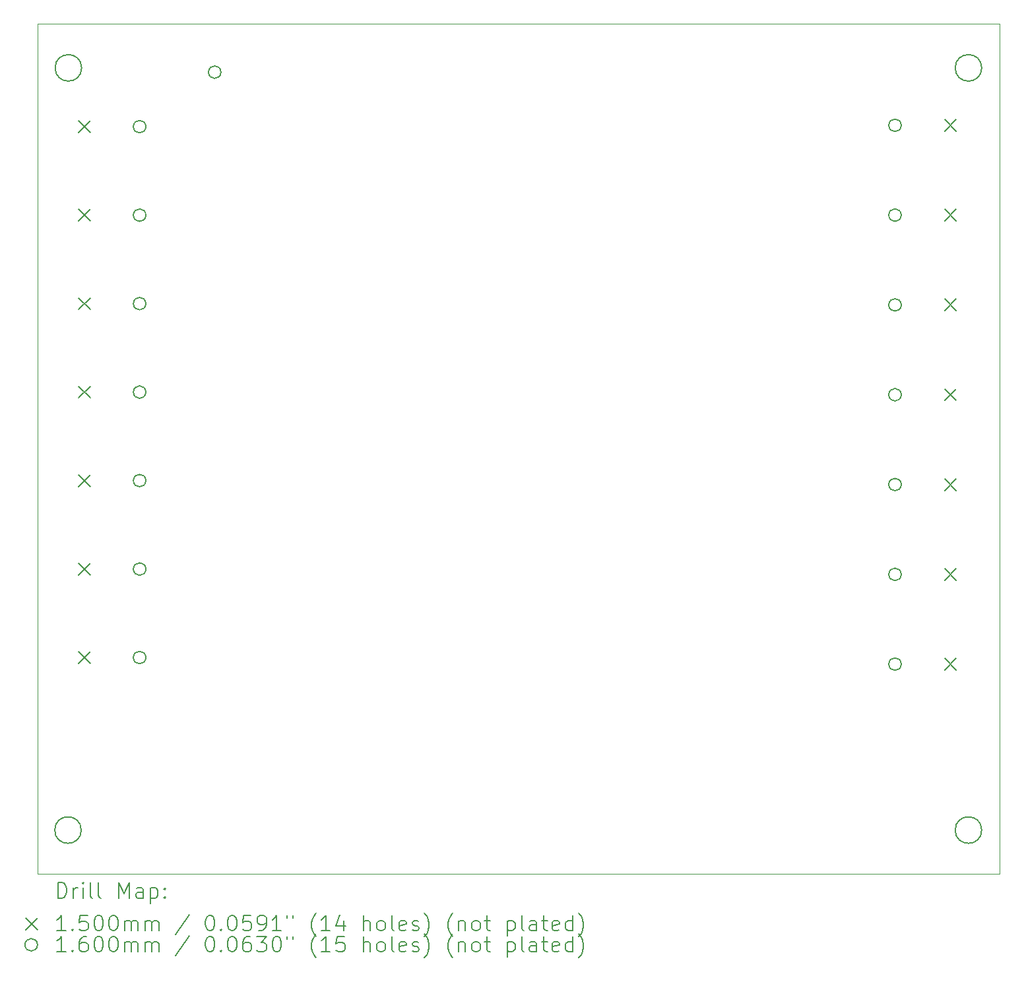
<source format=gbr>
%TF.GenerationSoftware,KiCad,Pcbnew,8.0.5*%
%TF.CreationDate,2024-12-17T00:54:36+08:00*%
%TF.ProjectId,hardware,68617264-7761-4726-952e-6b696361645f,rev?*%
%TF.SameCoordinates,Original*%
%TF.FileFunction,Drillmap*%
%TF.FilePolarity,Positive*%
%FSLAX45Y45*%
G04 Gerber Fmt 4.5, Leading zero omitted, Abs format (unit mm)*
G04 Created by KiCad (PCBNEW 8.0.5) date 2024-12-17 00:54:36*
%MOMM*%
%LPD*%
G01*
G04 APERTURE LIST*
%ADD10C,0.050000*%
%ADD11C,0.200000*%
%ADD12C,0.150000*%
%ADD13C,0.160000*%
G04 APERTURE END LIST*
D10*
X28134000Y-4348743D02*
X28127260Y-4348743D01*
X28127260Y-4348903D02*
X28115000Y-4348903D01*
X28134000Y-15229841D02*
X28134000Y-15260159D01*
X28134000Y-15229841D02*
X28134000Y-4348743D01*
X15793362Y-15260318D02*
X28134000Y-15260318D01*
X15793362Y-4348903D02*
X28115000Y-4348903D01*
X15793362Y-15260318D02*
X15793362Y-4348903D01*
D11*
X16352260Y-14700000D02*
G75*
G02*
X16012260Y-14700000I-170000J0D01*
G01*
X16012260Y-14700000D02*
G75*
G02*
X16352260Y-14700000I170000J0D01*
G01*
X16357260Y-4915000D02*
G75*
G02*
X16017260Y-4915000I-170000J0D01*
G01*
X16017260Y-4915000D02*
G75*
G02*
X16357260Y-4915000I170000J0D01*
G01*
X27907260Y-4915000D02*
G75*
G02*
X27567260Y-4915000I-170000J0D01*
G01*
X27567260Y-4915000D02*
G75*
G02*
X27907260Y-4915000I170000J0D01*
G01*
X27907260Y-14700000D02*
G75*
G02*
X27567260Y-14700000I-170000J0D01*
G01*
X27567260Y-14700000D02*
G75*
G02*
X27907260Y-14700000I170000J0D01*
G01*
D12*
X16316500Y-5595000D02*
X16466500Y-5745000D01*
X16466500Y-5595000D02*
X16316500Y-5745000D01*
X16316500Y-6730833D02*
X16466500Y-6880833D01*
X16466500Y-6730833D02*
X16316500Y-6880833D01*
X16316500Y-7866667D02*
X16466500Y-8016667D01*
X16466500Y-7866667D02*
X16316500Y-8016667D01*
X16316500Y-9002500D02*
X16466500Y-9152500D01*
X16466500Y-9002500D02*
X16316500Y-9152500D01*
X16316500Y-10138333D02*
X16466500Y-10288333D01*
X16466500Y-10138333D02*
X16316500Y-10288333D01*
X16316500Y-11274166D02*
X16466500Y-11424166D01*
X16466500Y-11274166D02*
X16316500Y-11424166D01*
X16316500Y-12410000D02*
X16466500Y-12560000D01*
X16466500Y-12410000D02*
X16316500Y-12560000D01*
X27430000Y-5577500D02*
X27580000Y-5727500D01*
X27580000Y-5577500D02*
X27430000Y-5727500D01*
X27430000Y-6730417D02*
X27580000Y-6880417D01*
X27580000Y-6730417D02*
X27430000Y-6880417D01*
X27430000Y-7883333D02*
X27580000Y-8033333D01*
X27580000Y-7883333D02*
X27430000Y-8033333D01*
X27430000Y-9036250D02*
X27580000Y-9186250D01*
X27580000Y-9036250D02*
X27430000Y-9186250D01*
X27430000Y-10189166D02*
X27580000Y-10339166D01*
X27580000Y-10189166D02*
X27430000Y-10339166D01*
X27430000Y-11342083D02*
X27580000Y-11492083D01*
X27580000Y-11342083D02*
X27430000Y-11492083D01*
X27430000Y-12495000D02*
X27580000Y-12645000D01*
X27580000Y-12495000D02*
X27430000Y-12645000D01*
D13*
X17181500Y-5670000D02*
G75*
G02*
X17021500Y-5670000I-80000J0D01*
G01*
X17021500Y-5670000D02*
G75*
G02*
X17181500Y-5670000I80000J0D01*
G01*
X17181500Y-6805833D02*
G75*
G02*
X17021500Y-6805833I-80000J0D01*
G01*
X17021500Y-6805833D02*
G75*
G02*
X17181500Y-6805833I80000J0D01*
G01*
X17181500Y-7941667D02*
G75*
G02*
X17021500Y-7941667I-80000J0D01*
G01*
X17021500Y-7941667D02*
G75*
G02*
X17181500Y-7941667I80000J0D01*
G01*
X17181500Y-9077500D02*
G75*
G02*
X17021500Y-9077500I-80000J0D01*
G01*
X17021500Y-9077500D02*
G75*
G02*
X17181500Y-9077500I80000J0D01*
G01*
X17181500Y-10213333D02*
G75*
G02*
X17021500Y-10213333I-80000J0D01*
G01*
X17021500Y-10213333D02*
G75*
G02*
X17181500Y-10213333I80000J0D01*
G01*
X17181500Y-11349166D02*
G75*
G02*
X17021500Y-11349166I-80000J0D01*
G01*
X17021500Y-11349166D02*
G75*
G02*
X17181500Y-11349166I80000J0D01*
G01*
X17181500Y-12485000D02*
G75*
G02*
X17021500Y-12485000I-80000J0D01*
G01*
X17021500Y-12485000D02*
G75*
G02*
X17181500Y-12485000I80000J0D01*
G01*
X18145000Y-4970000D02*
G75*
G02*
X17985000Y-4970000I-80000J0D01*
G01*
X17985000Y-4970000D02*
G75*
G02*
X18145000Y-4970000I80000J0D01*
G01*
X26875000Y-5652500D02*
G75*
G02*
X26715000Y-5652500I-80000J0D01*
G01*
X26715000Y-5652500D02*
G75*
G02*
X26875000Y-5652500I80000J0D01*
G01*
X26875000Y-6805417D02*
G75*
G02*
X26715000Y-6805417I-80000J0D01*
G01*
X26715000Y-6805417D02*
G75*
G02*
X26875000Y-6805417I80000J0D01*
G01*
X26875000Y-7958333D02*
G75*
G02*
X26715000Y-7958333I-80000J0D01*
G01*
X26715000Y-7958333D02*
G75*
G02*
X26875000Y-7958333I80000J0D01*
G01*
X26875000Y-9111250D02*
G75*
G02*
X26715000Y-9111250I-80000J0D01*
G01*
X26715000Y-9111250D02*
G75*
G02*
X26875000Y-9111250I80000J0D01*
G01*
X26875000Y-10264166D02*
G75*
G02*
X26715000Y-10264166I-80000J0D01*
G01*
X26715000Y-10264166D02*
G75*
G02*
X26875000Y-10264166I80000J0D01*
G01*
X26875000Y-11417083D02*
G75*
G02*
X26715000Y-11417083I-80000J0D01*
G01*
X26715000Y-11417083D02*
G75*
G02*
X26875000Y-11417083I80000J0D01*
G01*
X26875000Y-12570000D02*
G75*
G02*
X26715000Y-12570000I-80000J0D01*
G01*
X26715000Y-12570000D02*
G75*
G02*
X26875000Y-12570000I80000J0D01*
G01*
D11*
X16051639Y-15574302D02*
X16051639Y-15374302D01*
X16051639Y-15374302D02*
X16099258Y-15374302D01*
X16099258Y-15374302D02*
X16127829Y-15383826D01*
X16127829Y-15383826D02*
X16146877Y-15402873D01*
X16146877Y-15402873D02*
X16156401Y-15421921D01*
X16156401Y-15421921D02*
X16165925Y-15460016D01*
X16165925Y-15460016D02*
X16165925Y-15488588D01*
X16165925Y-15488588D02*
X16156401Y-15526683D01*
X16156401Y-15526683D02*
X16146877Y-15545731D01*
X16146877Y-15545731D02*
X16127829Y-15564778D01*
X16127829Y-15564778D02*
X16099258Y-15574302D01*
X16099258Y-15574302D02*
X16051639Y-15574302D01*
X16251639Y-15574302D02*
X16251639Y-15440969D01*
X16251639Y-15479064D02*
X16261163Y-15460016D01*
X16261163Y-15460016D02*
X16270686Y-15450492D01*
X16270686Y-15450492D02*
X16289734Y-15440969D01*
X16289734Y-15440969D02*
X16308782Y-15440969D01*
X16375448Y-15574302D02*
X16375448Y-15440969D01*
X16375448Y-15374302D02*
X16365925Y-15383826D01*
X16365925Y-15383826D02*
X16375448Y-15393350D01*
X16375448Y-15393350D02*
X16384972Y-15383826D01*
X16384972Y-15383826D02*
X16375448Y-15374302D01*
X16375448Y-15374302D02*
X16375448Y-15393350D01*
X16499258Y-15574302D02*
X16480210Y-15564778D01*
X16480210Y-15564778D02*
X16470686Y-15545731D01*
X16470686Y-15545731D02*
X16470686Y-15374302D01*
X16604020Y-15574302D02*
X16584972Y-15564778D01*
X16584972Y-15564778D02*
X16575448Y-15545731D01*
X16575448Y-15545731D02*
X16575448Y-15374302D01*
X16832591Y-15574302D02*
X16832591Y-15374302D01*
X16832591Y-15374302D02*
X16899258Y-15517159D01*
X16899258Y-15517159D02*
X16965925Y-15374302D01*
X16965925Y-15374302D02*
X16965925Y-15574302D01*
X17146877Y-15574302D02*
X17146877Y-15469540D01*
X17146877Y-15469540D02*
X17137353Y-15450492D01*
X17137353Y-15450492D02*
X17118306Y-15440969D01*
X17118306Y-15440969D02*
X17080210Y-15440969D01*
X17080210Y-15440969D02*
X17061163Y-15450492D01*
X17146877Y-15564778D02*
X17127829Y-15574302D01*
X17127829Y-15574302D02*
X17080210Y-15574302D01*
X17080210Y-15574302D02*
X17061163Y-15564778D01*
X17061163Y-15564778D02*
X17051639Y-15545731D01*
X17051639Y-15545731D02*
X17051639Y-15526683D01*
X17051639Y-15526683D02*
X17061163Y-15507635D01*
X17061163Y-15507635D02*
X17080210Y-15498112D01*
X17080210Y-15498112D02*
X17127829Y-15498112D01*
X17127829Y-15498112D02*
X17146877Y-15488588D01*
X17242115Y-15440969D02*
X17242115Y-15640969D01*
X17242115Y-15450492D02*
X17261163Y-15440969D01*
X17261163Y-15440969D02*
X17299258Y-15440969D01*
X17299258Y-15440969D02*
X17318306Y-15450492D01*
X17318306Y-15450492D02*
X17327829Y-15460016D01*
X17327829Y-15460016D02*
X17337353Y-15479064D01*
X17337353Y-15479064D02*
X17337353Y-15536207D01*
X17337353Y-15536207D02*
X17327829Y-15555254D01*
X17327829Y-15555254D02*
X17318306Y-15564778D01*
X17318306Y-15564778D02*
X17299258Y-15574302D01*
X17299258Y-15574302D02*
X17261163Y-15574302D01*
X17261163Y-15574302D02*
X17242115Y-15564778D01*
X17423068Y-15555254D02*
X17432591Y-15564778D01*
X17432591Y-15564778D02*
X17423068Y-15574302D01*
X17423068Y-15574302D02*
X17413544Y-15564778D01*
X17413544Y-15564778D02*
X17423068Y-15555254D01*
X17423068Y-15555254D02*
X17423068Y-15574302D01*
X17423068Y-15450492D02*
X17432591Y-15460016D01*
X17432591Y-15460016D02*
X17423068Y-15469540D01*
X17423068Y-15469540D02*
X17413544Y-15460016D01*
X17413544Y-15460016D02*
X17423068Y-15450492D01*
X17423068Y-15450492D02*
X17423068Y-15469540D01*
D12*
X15640862Y-15827818D02*
X15790862Y-15977818D01*
X15790862Y-15827818D02*
X15640862Y-15977818D01*
D11*
X16156401Y-15994302D02*
X16042115Y-15994302D01*
X16099258Y-15994302D02*
X16099258Y-15794302D01*
X16099258Y-15794302D02*
X16080210Y-15822873D01*
X16080210Y-15822873D02*
X16061163Y-15841921D01*
X16061163Y-15841921D02*
X16042115Y-15851445D01*
X16242115Y-15975254D02*
X16251639Y-15984778D01*
X16251639Y-15984778D02*
X16242115Y-15994302D01*
X16242115Y-15994302D02*
X16232591Y-15984778D01*
X16232591Y-15984778D02*
X16242115Y-15975254D01*
X16242115Y-15975254D02*
X16242115Y-15994302D01*
X16432591Y-15794302D02*
X16337353Y-15794302D01*
X16337353Y-15794302D02*
X16327829Y-15889540D01*
X16327829Y-15889540D02*
X16337353Y-15880016D01*
X16337353Y-15880016D02*
X16356401Y-15870492D01*
X16356401Y-15870492D02*
X16404020Y-15870492D01*
X16404020Y-15870492D02*
X16423067Y-15880016D01*
X16423067Y-15880016D02*
X16432591Y-15889540D01*
X16432591Y-15889540D02*
X16442115Y-15908588D01*
X16442115Y-15908588D02*
X16442115Y-15956207D01*
X16442115Y-15956207D02*
X16432591Y-15975254D01*
X16432591Y-15975254D02*
X16423067Y-15984778D01*
X16423067Y-15984778D02*
X16404020Y-15994302D01*
X16404020Y-15994302D02*
X16356401Y-15994302D01*
X16356401Y-15994302D02*
X16337353Y-15984778D01*
X16337353Y-15984778D02*
X16327829Y-15975254D01*
X16565925Y-15794302D02*
X16584972Y-15794302D01*
X16584972Y-15794302D02*
X16604020Y-15803826D01*
X16604020Y-15803826D02*
X16613544Y-15813350D01*
X16613544Y-15813350D02*
X16623067Y-15832397D01*
X16623067Y-15832397D02*
X16632591Y-15870492D01*
X16632591Y-15870492D02*
X16632591Y-15918112D01*
X16632591Y-15918112D02*
X16623067Y-15956207D01*
X16623067Y-15956207D02*
X16613544Y-15975254D01*
X16613544Y-15975254D02*
X16604020Y-15984778D01*
X16604020Y-15984778D02*
X16584972Y-15994302D01*
X16584972Y-15994302D02*
X16565925Y-15994302D01*
X16565925Y-15994302D02*
X16546877Y-15984778D01*
X16546877Y-15984778D02*
X16537353Y-15975254D01*
X16537353Y-15975254D02*
X16527829Y-15956207D01*
X16527829Y-15956207D02*
X16518306Y-15918112D01*
X16518306Y-15918112D02*
X16518306Y-15870492D01*
X16518306Y-15870492D02*
X16527829Y-15832397D01*
X16527829Y-15832397D02*
X16537353Y-15813350D01*
X16537353Y-15813350D02*
X16546877Y-15803826D01*
X16546877Y-15803826D02*
X16565925Y-15794302D01*
X16756401Y-15794302D02*
X16775448Y-15794302D01*
X16775448Y-15794302D02*
X16794496Y-15803826D01*
X16794496Y-15803826D02*
X16804020Y-15813350D01*
X16804020Y-15813350D02*
X16813544Y-15832397D01*
X16813544Y-15832397D02*
X16823068Y-15870492D01*
X16823068Y-15870492D02*
X16823068Y-15918112D01*
X16823068Y-15918112D02*
X16813544Y-15956207D01*
X16813544Y-15956207D02*
X16804020Y-15975254D01*
X16804020Y-15975254D02*
X16794496Y-15984778D01*
X16794496Y-15984778D02*
X16775448Y-15994302D01*
X16775448Y-15994302D02*
X16756401Y-15994302D01*
X16756401Y-15994302D02*
X16737353Y-15984778D01*
X16737353Y-15984778D02*
X16727829Y-15975254D01*
X16727829Y-15975254D02*
X16718306Y-15956207D01*
X16718306Y-15956207D02*
X16708782Y-15918112D01*
X16708782Y-15918112D02*
X16708782Y-15870492D01*
X16708782Y-15870492D02*
X16718306Y-15832397D01*
X16718306Y-15832397D02*
X16727829Y-15813350D01*
X16727829Y-15813350D02*
X16737353Y-15803826D01*
X16737353Y-15803826D02*
X16756401Y-15794302D01*
X16908782Y-15994302D02*
X16908782Y-15860969D01*
X16908782Y-15880016D02*
X16918306Y-15870492D01*
X16918306Y-15870492D02*
X16937353Y-15860969D01*
X16937353Y-15860969D02*
X16965925Y-15860969D01*
X16965925Y-15860969D02*
X16984972Y-15870492D01*
X16984972Y-15870492D02*
X16994496Y-15889540D01*
X16994496Y-15889540D02*
X16994496Y-15994302D01*
X16994496Y-15889540D02*
X17004020Y-15870492D01*
X17004020Y-15870492D02*
X17023068Y-15860969D01*
X17023068Y-15860969D02*
X17051639Y-15860969D01*
X17051639Y-15860969D02*
X17070687Y-15870492D01*
X17070687Y-15870492D02*
X17080210Y-15889540D01*
X17080210Y-15889540D02*
X17080210Y-15994302D01*
X17175449Y-15994302D02*
X17175449Y-15860969D01*
X17175449Y-15880016D02*
X17184972Y-15870492D01*
X17184972Y-15870492D02*
X17204020Y-15860969D01*
X17204020Y-15860969D02*
X17232591Y-15860969D01*
X17232591Y-15860969D02*
X17251639Y-15870492D01*
X17251639Y-15870492D02*
X17261163Y-15889540D01*
X17261163Y-15889540D02*
X17261163Y-15994302D01*
X17261163Y-15889540D02*
X17270687Y-15870492D01*
X17270687Y-15870492D02*
X17289734Y-15860969D01*
X17289734Y-15860969D02*
X17318306Y-15860969D01*
X17318306Y-15860969D02*
X17337353Y-15870492D01*
X17337353Y-15870492D02*
X17346877Y-15889540D01*
X17346877Y-15889540D02*
X17346877Y-15994302D01*
X17737353Y-15784778D02*
X17565925Y-16041921D01*
X17994496Y-15794302D02*
X18013544Y-15794302D01*
X18013544Y-15794302D02*
X18032592Y-15803826D01*
X18032592Y-15803826D02*
X18042115Y-15813350D01*
X18042115Y-15813350D02*
X18051639Y-15832397D01*
X18051639Y-15832397D02*
X18061163Y-15870492D01*
X18061163Y-15870492D02*
X18061163Y-15918112D01*
X18061163Y-15918112D02*
X18051639Y-15956207D01*
X18051639Y-15956207D02*
X18042115Y-15975254D01*
X18042115Y-15975254D02*
X18032592Y-15984778D01*
X18032592Y-15984778D02*
X18013544Y-15994302D01*
X18013544Y-15994302D02*
X17994496Y-15994302D01*
X17994496Y-15994302D02*
X17975449Y-15984778D01*
X17975449Y-15984778D02*
X17965925Y-15975254D01*
X17965925Y-15975254D02*
X17956401Y-15956207D01*
X17956401Y-15956207D02*
X17946877Y-15918112D01*
X17946877Y-15918112D02*
X17946877Y-15870492D01*
X17946877Y-15870492D02*
X17956401Y-15832397D01*
X17956401Y-15832397D02*
X17965925Y-15813350D01*
X17965925Y-15813350D02*
X17975449Y-15803826D01*
X17975449Y-15803826D02*
X17994496Y-15794302D01*
X18146877Y-15975254D02*
X18156401Y-15984778D01*
X18156401Y-15984778D02*
X18146877Y-15994302D01*
X18146877Y-15994302D02*
X18137353Y-15984778D01*
X18137353Y-15984778D02*
X18146877Y-15975254D01*
X18146877Y-15975254D02*
X18146877Y-15994302D01*
X18280211Y-15794302D02*
X18299258Y-15794302D01*
X18299258Y-15794302D02*
X18318306Y-15803826D01*
X18318306Y-15803826D02*
X18327830Y-15813350D01*
X18327830Y-15813350D02*
X18337353Y-15832397D01*
X18337353Y-15832397D02*
X18346877Y-15870492D01*
X18346877Y-15870492D02*
X18346877Y-15918112D01*
X18346877Y-15918112D02*
X18337353Y-15956207D01*
X18337353Y-15956207D02*
X18327830Y-15975254D01*
X18327830Y-15975254D02*
X18318306Y-15984778D01*
X18318306Y-15984778D02*
X18299258Y-15994302D01*
X18299258Y-15994302D02*
X18280211Y-15994302D01*
X18280211Y-15994302D02*
X18261163Y-15984778D01*
X18261163Y-15984778D02*
X18251639Y-15975254D01*
X18251639Y-15975254D02*
X18242115Y-15956207D01*
X18242115Y-15956207D02*
X18232592Y-15918112D01*
X18232592Y-15918112D02*
X18232592Y-15870492D01*
X18232592Y-15870492D02*
X18242115Y-15832397D01*
X18242115Y-15832397D02*
X18251639Y-15813350D01*
X18251639Y-15813350D02*
X18261163Y-15803826D01*
X18261163Y-15803826D02*
X18280211Y-15794302D01*
X18527830Y-15794302D02*
X18432592Y-15794302D01*
X18432592Y-15794302D02*
X18423068Y-15889540D01*
X18423068Y-15889540D02*
X18432592Y-15880016D01*
X18432592Y-15880016D02*
X18451639Y-15870492D01*
X18451639Y-15870492D02*
X18499258Y-15870492D01*
X18499258Y-15870492D02*
X18518306Y-15880016D01*
X18518306Y-15880016D02*
X18527830Y-15889540D01*
X18527830Y-15889540D02*
X18537353Y-15908588D01*
X18537353Y-15908588D02*
X18537353Y-15956207D01*
X18537353Y-15956207D02*
X18527830Y-15975254D01*
X18527830Y-15975254D02*
X18518306Y-15984778D01*
X18518306Y-15984778D02*
X18499258Y-15994302D01*
X18499258Y-15994302D02*
X18451639Y-15994302D01*
X18451639Y-15994302D02*
X18432592Y-15984778D01*
X18432592Y-15984778D02*
X18423068Y-15975254D01*
X18632592Y-15994302D02*
X18670687Y-15994302D01*
X18670687Y-15994302D02*
X18689734Y-15984778D01*
X18689734Y-15984778D02*
X18699258Y-15975254D01*
X18699258Y-15975254D02*
X18718306Y-15946683D01*
X18718306Y-15946683D02*
X18727830Y-15908588D01*
X18727830Y-15908588D02*
X18727830Y-15832397D01*
X18727830Y-15832397D02*
X18718306Y-15813350D01*
X18718306Y-15813350D02*
X18708782Y-15803826D01*
X18708782Y-15803826D02*
X18689734Y-15794302D01*
X18689734Y-15794302D02*
X18651639Y-15794302D01*
X18651639Y-15794302D02*
X18632592Y-15803826D01*
X18632592Y-15803826D02*
X18623068Y-15813350D01*
X18623068Y-15813350D02*
X18613544Y-15832397D01*
X18613544Y-15832397D02*
X18613544Y-15880016D01*
X18613544Y-15880016D02*
X18623068Y-15899064D01*
X18623068Y-15899064D02*
X18632592Y-15908588D01*
X18632592Y-15908588D02*
X18651639Y-15918112D01*
X18651639Y-15918112D02*
X18689734Y-15918112D01*
X18689734Y-15918112D02*
X18708782Y-15908588D01*
X18708782Y-15908588D02*
X18718306Y-15899064D01*
X18718306Y-15899064D02*
X18727830Y-15880016D01*
X18918306Y-15994302D02*
X18804020Y-15994302D01*
X18861163Y-15994302D02*
X18861163Y-15794302D01*
X18861163Y-15794302D02*
X18842115Y-15822873D01*
X18842115Y-15822873D02*
X18823068Y-15841921D01*
X18823068Y-15841921D02*
X18804020Y-15851445D01*
X18994496Y-15794302D02*
X18994496Y-15832397D01*
X19070687Y-15794302D02*
X19070687Y-15832397D01*
X19365925Y-16070492D02*
X19356401Y-16060969D01*
X19356401Y-16060969D02*
X19337354Y-16032397D01*
X19337354Y-16032397D02*
X19327830Y-16013350D01*
X19327830Y-16013350D02*
X19318306Y-15984778D01*
X19318306Y-15984778D02*
X19308782Y-15937159D01*
X19308782Y-15937159D02*
X19308782Y-15899064D01*
X19308782Y-15899064D02*
X19318306Y-15851445D01*
X19318306Y-15851445D02*
X19327830Y-15822873D01*
X19327830Y-15822873D02*
X19337354Y-15803826D01*
X19337354Y-15803826D02*
X19356401Y-15775254D01*
X19356401Y-15775254D02*
X19365925Y-15765731D01*
X19546877Y-15994302D02*
X19432592Y-15994302D01*
X19489734Y-15994302D02*
X19489734Y-15794302D01*
X19489734Y-15794302D02*
X19470687Y-15822873D01*
X19470687Y-15822873D02*
X19451639Y-15841921D01*
X19451639Y-15841921D02*
X19432592Y-15851445D01*
X19718306Y-15860969D02*
X19718306Y-15994302D01*
X19670687Y-15784778D02*
X19623068Y-15927635D01*
X19623068Y-15927635D02*
X19746877Y-15927635D01*
X19975449Y-15994302D02*
X19975449Y-15794302D01*
X20061163Y-15994302D02*
X20061163Y-15889540D01*
X20061163Y-15889540D02*
X20051639Y-15870492D01*
X20051639Y-15870492D02*
X20032592Y-15860969D01*
X20032592Y-15860969D02*
X20004020Y-15860969D01*
X20004020Y-15860969D02*
X19984973Y-15870492D01*
X19984973Y-15870492D02*
X19975449Y-15880016D01*
X20184973Y-15994302D02*
X20165925Y-15984778D01*
X20165925Y-15984778D02*
X20156401Y-15975254D01*
X20156401Y-15975254D02*
X20146877Y-15956207D01*
X20146877Y-15956207D02*
X20146877Y-15899064D01*
X20146877Y-15899064D02*
X20156401Y-15880016D01*
X20156401Y-15880016D02*
X20165925Y-15870492D01*
X20165925Y-15870492D02*
X20184973Y-15860969D01*
X20184973Y-15860969D02*
X20213544Y-15860969D01*
X20213544Y-15860969D02*
X20232592Y-15870492D01*
X20232592Y-15870492D02*
X20242116Y-15880016D01*
X20242116Y-15880016D02*
X20251639Y-15899064D01*
X20251639Y-15899064D02*
X20251639Y-15956207D01*
X20251639Y-15956207D02*
X20242116Y-15975254D01*
X20242116Y-15975254D02*
X20232592Y-15984778D01*
X20232592Y-15984778D02*
X20213544Y-15994302D01*
X20213544Y-15994302D02*
X20184973Y-15994302D01*
X20365925Y-15994302D02*
X20346877Y-15984778D01*
X20346877Y-15984778D02*
X20337354Y-15965731D01*
X20337354Y-15965731D02*
X20337354Y-15794302D01*
X20518306Y-15984778D02*
X20499258Y-15994302D01*
X20499258Y-15994302D02*
X20461163Y-15994302D01*
X20461163Y-15994302D02*
X20442116Y-15984778D01*
X20442116Y-15984778D02*
X20432592Y-15965731D01*
X20432592Y-15965731D02*
X20432592Y-15889540D01*
X20432592Y-15889540D02*
X20442116Y-15870492D01*
X20442116Y-15870492D02*
X20461163Y-15860969D01*
X20461163Y-15860969D02*
X20499258Y-15860969D01*
X20499258Y-15860969D02*
X20518306Y-15870492D01*
X20518306Y-15870492D02*
X20527830Y-15889540D01*
X20527830Y-15889540D02*
X20527830Y-15908588D01*
X20527830Y-15908588D02*
X20432592Y-15927635D01*
X20604020Y-15984778D02*
X20623068Y-15994302D01*
X20623068Y-15994302D02*
X20661163Y-15994302D01*
X20661163Y-15994302D02*
X20680211Y-15984778D01*
X20680211Y-15984778D02*
X20689735Y-15965731D01*
X20689735Y-15965731D02*
X20689735Y-15956207D01*
X20689735Y-15956207D02*
X20680211Y-15937159D01*
X20680211Y-15937159D02*
X20661163Y-15927635D01*
X20661163Y-15927635D02*
X20632592Y-15927635D01*
X20632592Y-15927635D02*
X20613544Y-15918112D01*
X20613544Y-15918112D02*
X20604020Y-15899064D01*
X20604020Y-15899064D02*
X20604020Y-15889540D01*
X20604020Y-15889540D02*
X20613544Y-15870492D01*
X20613544Y-15870492D02*
X20632592Y-15860969D01*
X20632592Y-15860969D02*
X20661163Y-15860969D01*
X20661163Y-15860969D02*
X20680211Y-15870492D01*
X20756401Y-16070492D02*
X20765925Y-16060969D01*
X20765925Y-16060969D02*
X20784973Y-16032397D01*
X20784973Y-16032397D02*
X20794497Y-16013350D01*
X20794497Y-16013350D02*
X20804020Y-15984778D01*
X20804020Y-15984778D02*
X20813544Y-15937159D01*
X20813544Y-15937159D02*
X20813544Y-15899064D01*
X20813544Y-15899064D02*
X20804020Y-15851445D01*
X20804020Y-15851445D02*
X20794497Y-15822873D01*
X20794497Y-15822873D02*
X20784973Y-15803826D01*
X20784973Y-15803826D02*
X20765925Y-15775254D01*
X20765925Y-15775254D02*
X20756401Y-15765731D01*
X21118306Y-16070492D02*
X21108782Y-16060969D01*
X21108782Y-16060969D02*
X21089735Y-16032397D01*
X21089735Y-16032397D02*
X21080211Y-16013350D01*
X21080211Y-16013350D02*
X21070687Y-15984778D01*
X21070687Y-15984778D02*
X21061163Y-15937159D01*
X21061163Y-15937159D02*
X21061163Y-15899064D01*
X21061163Y-15899064D02*
X21070687Y-15851445D01*
X21070687Y-15851445D02*
X21080211Y-15822873D01*
X21080211Y-15822873D02*
X21089735Y-15803826D01*
X21089735Y-15803826D02*
X21108782Y-15775254D01*
X21108782Y-15775254D02*
X21118306Y-15765731D01*
X21194497Y-15860969D02*
X21194497Y-15994302D01*
X21194497Y-15880016D02*
X21204020Y-15870492D01*
X21204020Y-15870492D02*
X21223068Y-15860969D01*
X21223068Y-15860969D02*
X21251639Y-15860969D01*
X21251639Y-15860969D02*
X21270687Y-15870492D01*
X21270687Y-15870492D02*
X21280211Y-15889540D01*
X21280211Y-15889540D02*
X21280211Y-15994302D01*
X21404020Y-15994302D02*
X21384973Y-15984778D01*
X21384973Y-15984778D02*
X21375449Y-15975254D01*
X21375449Y-15975254D02*
X21365925Y-15956207D01*
X21365925Y-15956207D02*
X21365925Y-15899064D01*
X21365925Y-15899064D02*
X21375449Y-15880016D01*
X21375449Y-15880016D02*
X21384973Y-15870492D01*
X21384973Y-15870492D02*
X21404020Y-15860969D01*
X21404020Y-15860969D02*
X21432592Y-15860969D01*
X21432592Y-15860969D02*
X21451639Y-15870492D01*
X21451639Y-15870492D02*
X21461163Y-15880016D01*
X21461163Y-15880016D02*
X21470687Y-15899064D01*
X21470687Y-15899064D02*
X21470687Y-15956207D01*
X21470687Y-15956207D02*
X21461163Y-15975254D01*
X21461163Y-15975254D02*
X21451639Y-15984778D01*
X21451639Y-15984778D02*
X21432592Y-15994302D01*
X21432592Y-15994302D02*
X21404020Y-15994302D01*
X21527830Y-15860969D02*
X21604020Y-15860969D01*
X21556401Y-15794302D02*
X21556401Y-15965731D01*
X21556401Y-15965731D02*
X21565925Y-15984778D01*
X21565925Y-15984778D02*
X21584973Y-15994302D01*
X21584973Y-15994302D02*
X21604020Y-15994302D01*
X21823068Y-15860969D02*
X21823068Y-16060969D01*
X21823068Y-15870492D02*
X21842116Y-15860969D01*
X21842116Y-15860969D02*
X21880211Y-15860969D01*
X21880211Y-15860969D02*
X21899259Y-15870492D01*
X21899259Y-15870492D02*
X21908782Y-15880016D01*
X21908782Y-15880016D02*
X21918306Y-15899064D01*
X21918306Y-15899064D02*
X21918306Y-15956207D01*
X21918306Y-15956207D02*
X21908782Y-15975254D01*
X21908782Y-15975254D02*
X21899259Y-15984778D01*
X21899259Y-15984778D02*
X21880211Y-15994302D01*
X21880211Y-15994302D02*
X21842116Y-15994302D01*
X21842116Y-15994302D02*
X21823068Y-15984778D01*
X22032592Y-15994302D02*
X22013544Y-15984778D01*
X22013544Y-15984778D02*
X22004020Y-15965731D01*
X22004020Y-15965731D02*
X22004020Y-15794302D01*
X22194497Y-15994302D02*
X22194497Y-15889540D01*
X22194497Y-15889540D02*
X22184973Y-15870492D01*
X22184973Y-15870492D02*
X22165925Y-15860969D01*
X22165925Y-15860969D02*
X22127830Y-15860969D01*
X22127830Y-15860969D02*
X22108782Y-15870492D01*
X22194497Y-15984778D02*
X22175449Y-15994302D01*
X22175449Y-15994302D02*
X22127830Y-15994302D01*
X22127830Y-15994302D02*
X22108782Y-15984778D01*
X22108782Y-15984778D02*
X22099259Y-15965731D01*
X22099259Y-15965731D02*
X22099259Y-15946683D01*
X22099259Y-15946683D02*
X22108782Y-15927635D01*
X22108782Y-15927635D02*
X22127830Y-15918112D01*
X22127830Y-15918112D02*
X22175449Y-15918112D01*
X22175449Y-15918112D02*
X22194497Y-15908588D01*
X22261163Y-15860969D02*
X22337354Y-15860969D01*
X22289735Y-15794302D02*
X22289735Y-15965731D01*
X22289735Y-15965731D02*
X22299259Y-15984778D01*
X22299259Y-15984778D02*
X22318306Y-15994302D01*
X22318306Y-15994302D02*
X22337354Y-15994302D01*
X22480211Y-15984778D02*
X22461163Y-15994302D01*
X22461163Y-15994302D02*
X22423068Y-15994302D01*
X22423068Y-15994302D02*
X22404020Y-15984778D01*
X22404020Y-15984778D02*
X22394497Y-15965731D01*
X22394497Y-15965731D02*
X22394497Y-15889540D01*
X22394497Y-15889540D02*
X22404020Y-15870492D01*
X22404020Y-15870492D02*
X22423068Y-15860969D01*
X22423068Y-15860969D02*
X22461163Y-15860969D01*
X22461163Y-15860969D02*
X22480211Y-15870492D01*
X22480211Y-15870492D02*
X22489735Y-15889540D01*
X22489735Y-15889540D02*
X22489735Y-15908588D01*
X22489735Y-15908588D02*
X22394497Y-15927635D01*
X22661163Y-15994302D02*
X22661163Y-15794302D01*
X22661163Y-15984778D02*
X22642116Y-15994302D01*
X22642116Y-15994302D02*
X22604020Y-15994302D01*
X22604020Y-15994302D02*
X22584973Y-15984778D01*
X22584973Y-15984778D02*
X22575449Y-15975254D01*
X22575449Y-15975254D02*
X22565925Y-15956207D01*
X22565925Y-15956207D02*
X22565925Y-15899064D01*
X22565925Y-15899064D02*
X22575449Y-15880016D01*
X22575449Y-15880016D02*
X22584973Y-15870492D01*
X22584973Y-15870492D02*
X22604020Y-15860969D01*
X22604020Y-15860969D02*
X22642116Y-15860969D01*
X22642116Y-15860969D02*
X22661163Y-15870492D01*
X22737354Y-16070492D02*
X22746878Y-16060969D01*
X22746878Y-16060969D02*
X22765925Y-16032397D01*
X22765925Y-16032397D02*
X22775449Y-16013350D01*
X22775449Y-16013350D02*
X22784973Y-15984778D01*
X22784973Y-15984778D02*
X22794497Y-15937159D01*
X22794497Y-15937159D02*
X22794497Y-15899064D01*
X22794497Y-15899064D02*
X22784973Y-15851445D01*
X22784973Y-15851445D02*
X22775449Y-15822873D01*
X22775449Y-15822873D02*
X22765925Y-15803826D01*
X22765925Y-15803826D02*
X22746878Y-15775254D01*
X22746878Y-15775254D02*
X22737354Y-15765731D01*
D13*
X15790862Y-16172818D02*
G75*
G02*
X15630862Y-16172818I-80000J0D01*
G01*
X15630862Y-16172818D02*
G75*
G02*
X15790862Y-16172818I80000J0D01*
G01*
D11*
X16156401Y-16264302D02*
X16042115Y-16264302D01*
X16099258Y-16264302D02*
X16099258Y-16064302D01*
X16099258Y-16064302D02*
X16080210Y-16092873D01*
X16080210Y-16092873D02*
X16061163Y-16111921D01*
X16061163Y-16111921D02*
X16042115Y-16121445D01*
X16242115Y-16245254D02*
X16251639Y-16254778D01*
X16251639Y-16254778D02*
X16242115Y-16264302D01*
X16242115Y-16264302D02*
X16232591Y-16254778D01*
X16232591Y-16254778D02*
X16242115Y-16245254D01*
X16242115Y-16245254D02*
X16242115Y-16264302D01*
X16423067Y-16064302D02*
X16384972Y-16064302D01*
X16384972Y-16064302D02*
X16365925Y-16073826D01*
X16365925Y-16073826D02*
X16356401Y-16083350D01*
X16356401Y-16083350D02*
X16337353Y-16111921D01*
X16337353Y-16111921D02*
X16327829Y-16150016D01*
X16327829Y-16150016D02*
X16327829Y-16226207D01*
X16327829Y-16226207D02*
X16337353Y-16245254D01*
X16337353Y-16245254D02*
X16346877Y-16254778D01*
X16346877Y-16254778D02*
X16365925Y-16264302D01*
X16365925Y-16264302D02*
X16404020Y-16264302D01*
X16404020Y-16264302D02*
X16423067Y-16254778D01*
X16423067Y-16254778D02*
X16432591Y-16245254D01*
X16432591Y-16245254D02*
X16442115Y-16226207D01*
X16442115Y-16226207D02*
X16442115Y-16178588D01*
X16442115Y-16178588D02*
X16432591Y-16159540D01*
X16432591Y-16159540D02*
X16423067Y-16150016D01*
X16423067Y-16150016D02*
X16404020Y-16140492D01*
X16404020Y-16140492D02*
X16365925Y-16140492D01*
X16365925Y-16140492D02*
X16346877Y-16150016D01*
X16346877Y-16150016D02*
X16337353Y-16159540D01*
X16337353Y-16159540D02*
X16327829Y-16178588D01*
X16565925Y-16064302D02*
X16584972Y-16064302D01*
X16584972Y-16064302D02*
X16604020Y-16073826D01*
X16604020Y-16073826D02*
X16613544Y-16083350D01*
X16613544Y-16083350D02*
X16623067Y-16102397D01*
X16623067Y-16102397D02*
X16632591Y-16140492D01*
X16632591Y-16140492D02*
X16632591Y-16188112D01*
X16632591Y-16188112D02*
X16623067Y-16226207D01*
X16623067Y-16226207D02*
X16613544Y-16245254D01*
X16613544Y-16245254D02*
X16604020Y-16254778D01*
X16604020Y-16254778D02*
X16584972Y-16264302D01*
X16584972Y-16264302D02*
X16565925Y-16264302D01*
X16565925Y-16264302D02*
X16546877Y-16254778D01*
X16546877Y-16254778D02*
X16537353Y-16245254D01*
X16537353Y-16245254D02*
X16527829Y-16226207D01*
X16527829Y-16226207D02*
X16518306Y-16188112D01*
X16518306Y-16188112D02*
X16518306Y-16140492D01*
X16518306Y-16140492D02*
X16527829Y-16102397D01*
X16527829Y-16102397D02*
X16537353Y-16083350D01*
X16537353Y-16083350D02*
X16546877Y-16073826D01*
X16546877Y-16073826D02*
X16565925Y-16064302D01*
X16756401Y-16064302D02*
X16775448Y-16064302D01*
X16775448Y-16064302D02*
X16794496Y-16073826D01*
X16794496Y-16073826D02*
X16804020Y-16083350D01*
X16804020Y-16083350D02*
X16813544Y-16102397D01*
X16813544Y-16102397D02*
X16823068Y-16140492D01*
X16823068Y-16140492D02*
X16823068Y-16188112D01*
X16823068Y-16188112D02*
X16813544Y-16226207D01*
X16813544Y-16226207D02*
X16804020Y-16245254D01*
X16804020Y-16245254D02*
X16794496Y-16254778D01*
X16794496Y-16254778D02*
X16775448Y-16264302D01*
X16775448Y-16264302D02*
X16756401Y-16264302D01*
X16756401Y-16264302D02*
X16737353Y-16254778D01*
X16737353Y-16254778D02*
X16727829Y-16245254D01*
X16727829Y-16245254D02*
X16718306Y-16226207D01*
X16718306Y-16226207D02*
X16708782Y-16188112D01*
X16708782Y-16188112D02*
X16708782Y-16140492D01*
X16708782Y-16140492D02*
X16718306Y-16102397D01*
X16718306Y-16102397D02*
X16727829Y-16083350D01*
X16727829Y-16083350D02*
X16737353Y-16073826D01*
X16737353Y-16073826D02*
X16756401Y-16064302D01*
X16908782Y-16264302D02*
X16908782Y-16130969D01*
X16908782Y-16150016D02*
X16918306Y-16140492D01*
X16918306Y-16140492D02*
X16937353Y-16130969D01*
X16937353Y-16130969D02*
X16965925Y-16130969D01*
X16965925Y-16130969D02*
X16984972Y-16140492D01*
X16984972Y-16140492D02*
X16994496Y-16159540D01*
X16994496Y-16159540D02*
X16994496Y-16264302D01*
X16994496Y-16159540D02*
X17004020Y-16140492D01*
X17004020Y-16140492D02*
X17023068Y-16130969D01*
X17023068Y-16130969D02*
X17051639Y-16130969D01*
X17051639Y-16130969D02*
X17070687Y-16140492D01*
X17070687Y-16140492D02*
X17080210Y-16159540D01*
X17080210Y-16159540D02*
X17080210Y-16264302D01*
X17175449Y-16264302D02*
X17175449Y-16130969D01*
X17175449Y-16150016D02*
X17184972Y-16140492D01*
X17184972Y-16140492D02*
X17204020Y-16130969D01*
X17204020Y-16130969D02*
X17232591Y-16130969D01*
X17232591Y-16130969D02*
X17251639Y-16140492D01*
X17251639Y-16140492D02*
X17261163Y-16159540D01*
X17261163Y-16159540D02*
X17261163Y-16264302D01*
X17261163Y-16159540D02*
X17270687Y-16140492D01*
X17270687Y-16140492D02*
X17289734Y-16130969D01*
X17289734Y-16130969D02*
X17318306Y-16130969D01*
X17318306Y-16130969D02*
X17337353Y-16140492D01*
X17337353Y-16140492D02*
X17346877Y-16159540D01*
X17346877Y-16159540D02*
X17346877Y-16264302D01*
X17737353Y-16054778D02*
X17565925Y-16311921D01*
X17994496Y-16064302D02*
X18013544Y-16064302D01*
X18013544Y-16064302D02*
X18032592Y-16073826D01*
X18032592Y-16073826D02*
X18042115Y-16083350D01*
X18042115Y-16083350D02*
X18051639Y-16102397D01*
X18051639Y-16102397D02*
X18061163Y-16140492D01*
X18061163Y-16140492D02*
X18061163Y-16188112D01*
X18061163Y-16188112D02*
X18051639Y-16226207D01*
X18051639Y-16226207D02*
X18042115Y-16245254D01*
X18042115Y-16245254D02*
X18032592Y-16254778D01*
X18032592Y-16254778D02*
X18013544Y-16264302D01*
X18013544Y-16264302D02*
X17994496Y-16264302D01*
X17994496Y-16264302D02*
X17975449Y-16254778D01*
X17975449Y-16254778D02*
X17965925Y-16245254D01*
X17965925Y-16245254D02*
X17956401Y-16226207D01*
X17956401Y-16226207D02*
X17946877Y-16188112D01*
X17946877Y-16188112D02*
X17946877Y-16140492D01*
X17946877Y-16140492D02*
X17956401Y-16102397D01*
X17956401Y-16102397D02*
X17965925Y-16083350D01*
X17965925Y-16083350D02*
X17975449Y-16073826D01*
X17975449Y-16073826D02*
X17994496Y-16064302D01*
X18146877Y-16245254D02*
X18156401Y-16254778D01*
X18156401Y-16254778D02*
X18146877Y-16264302D01*
X18146877Y-16264302D02*
X18137353Y-16254778D01*
X18137353Y-16254778D02*
X18146877Y-16245254D01*
X18146877Y-16245254D02*
X18146877Y-16264302D01*
X18280211Y-16064302D02*
X18299258Y-16064302D01*
X18299258Y-16064302D02*
X18318306Y-16073826D01*
X18318306Y-16073826D02*
X18327830Y-16083350D01*
X18327830Y-16083350D02*
X18337353Y-16102397D01*
X18337353Y-16102397D02*
X18346877Y-16140492D01*
X18346877Y-16140492D02*
X18346877Y-16188112D01*
X18346877Y-16188112D02*
X18337353Y-16226207D01*
X18337353Y-16226207D02*
X18327830Y-16245254D01*
X18327830Y-16245254D02*
X18318306Y-16254778D01*
X18318306Y-16254778D02*
X18299258Y-16264302D01*
X18299258Y-16264302D02*
X18280211Y-16264302D01*
X18280211Y-16264302D02*
X18261163Y-16254778D01*
X18261163Y-16254778D02*
X18251639Y-16245254D01*
X18251639Y-16245254D02*
X18242115Y-16226207D01*
X18242115Y-16226207D02*
X18232592Y-16188112D01*
X18232592Y-16188112D02*
X18232592Y-16140492D01*
X18232592Y-16140492D02*
X18242115Y-16102397D01*
X18242115Y-16102397D02*
X18251639Y-16083350D01*
X18251639Y-16083350D02*
X18261163Y-16073826D01*
X18261163Y-16073826D02*
X18280211Y-16064302D01*
X18518306Y-16064302D02*
X18480211Y-16064302D01*
X18480211Y-16064302D02*
X18461163Y-16073826D01*
X18461163Y-16073826D02*
X18451639Y-16083350D01*
X18451639Y-16083350D02*
X18432592Y-16111921D01*
X18432592Y-16111921D02*
X18423068Y-16150016D01*
X18423068Y-16150016D02*
X18423068Y-16226207D01*
X18423068Y-16226207D02*
X18432592Y-16245254D01*
X18432592Y-16245254D02*
X18442115Y-16254778D01*
X18442115Y-16254778D02*
X18461163Y-16264302D01*
X18461163Y-16264302D02*
X18499258Y-16264302D01*
X18499258Y-16264302D02*
X18518306Y-16254778D01*
X18518306Y-16254778D02*
X18527830Y-16245254D01*
X18527830Y-16245254D02*
X18537353Y-16226207D01*
X18537353Y-16226207D02*
X18537353Y-16178588D01*
X18537353Y-16178588D02*
X18527830Y-16159540D01*
X18527830Y-16159540D02*
X18518306Y-16150016D01*
X18518306Y-16150016D02*
X18499258Y-16140492D01*
X18499258Y-16140492D02*
X18461163Y-16140492D01*
X18461163Y-16140492D02*
X18442115Y-16150016D01*
X18442115Y-16150016D02*
X18432592Y-16159540D01*
X18432592Y-16159540D02*
X18423068Y-16178588D01*
X18604020Y-16064302D02*
X18727830Y-16064302D01*
X18727830Y-16064302D02*
X18661163Y-16140492D01*
X18661163Y-16140492D02*
X18689734Y-16140492D01*
X18689734Y-16140492D02*
X18708782Y-16150016D01*
X18708782Y-16150016D02*
X18718306Y-16159540D01*
X18718306Y-16159540D02*
X18727830Y-16178588D01*
X18727830Y-16178588D02*
X18727830Y-16226207D01*
X18727830Y-16226207D02*
X18718306Y-16245254D01*
X18718306Y-16245254D02*
X18708782Y-16254778D01*
X18708782Y-16254778D02*
X18689734Y-16264302D01*
X18689734Y-16264302D02*
X18632592Y-16264302D01*
X18632592Y-16264302D02*
X18613544Y-16254778D01*
X18613544Y-16254778D02*
X18604020Y-16245254D01*
X18851639Y-16064302D02*
X18870687Y-16064302D01*
X18870687Y-16064302D02*
X18889734Y-16073826D01*
X18889734Y-16073826D02*
X18899258Y-16083350D01*
X18899258Y-16083350D02*
X18908782Y-16102397D01*
X18908782Y-16102397D02*
X18918306Y-16140492D01*
X18918306Y-16140492D02*
X18918306Y-16188112D01*
X18918306Y-16188112D02*
X18908782Y-16226207D01*
X18908782Y-16226207D02*
X18899258Y-16245254D01*
X18899258Y-16245254D02*
X18889734Y-16254778D01*
X18889734Y-16254778D02*
X18870687Y-16264302D01*
X18870687Y-16264302D02*
X18851639Y-16264302D01*
X18851639Y-16264302D02*
X18832592Y-16254778D01*
X18832592Y-16254778D02*
X18823068Y-16245254D01*
X18823068Y-16245254D02*
X18813544Y-16226207D01*
X18813544Y-16226207D02*
X18804020Y-16188112D01*
X18804020Y-16188112D02*
X18804020Y-16140492D01*
X18804020Y-16140492D02*
X18813544Y-16102397D01*
X18813544Y-16102397D02*
X18823068Y-16083350D01*
X18823068Y-16083350D02*
X18832592Y-16073826D01*
X18832592Y-16073826D02*
X18851639Y-16064302D01*
X18994496Y-16064302D02*
X18994496Y-16102397D01*
X19070687Y-16064302D02*
X19070687Y-16102397D01*
X19365925Y-16340492D02*
X19356401Y-16330969D01*
X19356401Y-16330969D02*
X19337354Y-16302397D01*
X19337354Y-16302397D02*
X19327830Y-16283350D01*
X19327830Y-16283350D02*
X19318306Y-16254778D01*
X19318306Y-16254778D02*
X19308782Y-16207159D01*
X19308782Y-16207159D02*
X19308782Y-16169064D01*
X19308782Y-16169064D02*
X19318306Y-16121445D01*
X19318306Y-16121445D02*
X19327830Y-16092873D01*
X19327830Y-16092873D02*
X19337354Y-16073826D01*
X19337354Y-16073826D02*
X19356401Y-16045254D01*
X19356401Y-16045254D02*
X19365925Y-16035731D01*
X19546877Y-16264302D02*
X19432592Y-16264302D01*
X19489734Y-16264302D02*
X19489734Y-16064302D01*
X19489734Y-16064302D02*
X19470687Y-16092873D01*
X19470687Y-16092873D02*
X19451639Y-16111921D01*
X19451639Y-16111921D02*
X19432592Y-16121445D01*
X19727830Y-16064302D02*
X19632592Y-16064302D01*
X19632592Y-16064302D02*
X19623068Y-16159540D01*
X19623068Y-16159540D02*
X19632592Y-16150016D01*
X19632592Y-16150016D02*
X19651639Y-16140492D01*
X19651639Y-16140492D02*
X19699258Y-16140492D01*
X19699258Y-16140492D02*
X19718306Y-16150016D01*
X19718306Y-16150016D02*
X19727830Y-16159540D01*
X19727830Y-16159540D02*
X19737354Y-16178588D01*
X19737354Y-16178588D02*
X19737354Y-16226207D01*
X19737354Y-16226207D02*
X19727830Y-16245254D01*
X19727830Y-16245254D02*
X19718306Y-16254778D01*
X19718306Y-16254778D02*
X19699258Y-16264302D01*
X19699258Y-16264302D02*
X19651639Y-16264302D01*
X19651639Y-16264302D02*
X19632592Y-16254778D01*
X19632592Y-16254778D02*
X19623068Y-16245254D01*
X19975449Y-16264302D02*
X19975449Y-16064302D01*
X20061163Y-16264302D02*
X20061163Y-16159540D01*
X20061163Y-16159540D02*
X20051639Y-16140492D01*
X20051639Y-16140492D02*
X20032592Y-16130969D01*
X20032592Y-16130969D02*
X20004020Y-16130969D01*
X20004020Y-16130969D02*
X19984973Y-16140492D01*
X19984973Y-16140492D02*
X19975449Y-16150016D01*
X20184973Y-16264302D02*
X20165925Y-16254778D01*
X20165925Y-16254778D02*
X20156401Y-16245254D01*
X20156401Y-16245254D02*
X20146877Y-16226207D01*
X20146877Y-16226207D02*
X20146877Y-16169064D01*
X20146877Y-16169064D02*
X20156401Y-16150016D01*
X20156401Y-16150016D02*
X20165925Y-16140492D01*
X20165925Y-16140492D02*
X20184973Y-16130969D01*
X20184973Y-16130969D02*
X20213544Y-16130969D01*
X20213544Y-16130969D02*
X20232592Y-16140492D01*
X20232592Y-16140492D02*
X20242116Y-16150016D01*
X20242116Y-16150016D02*
X20251639Y-16169064D01*
X20251639Y-16169064D02*
X20251639Y-16226207D01*
X20251639Y-16226207D02*
X20242116Y-16245254D01*
X20242116Y-16245254D02*
X20232592Y-16254778D01*
X20232592Y-16254778D02*
X20213544Y-16264302D01*
X20213544Y-16264302D02*
X20184973Y-16264302D01*
X20365925Y-16264302D02*
X20346877Y-16254778D01*
X20346877Y-16254778D02*
X20337354Y-16235731D01*
X20337354Y-16235731D02*
X20337354Y-16064302D01*
X20518306Y-16254778D02*
X20499258Y-16264302D01*
X20499258Y-16264302D02*
X20461163Y-16264302D01*
X20461163Y-16264302D02*
X20442116Y-16254778D01*
X20442116Y-16254778D02*
X20432592Y-16235731D01*
X20432592Y-16235731D02*
X20432592Y-16159540D01*
X20432592Y-16159540D02*
X20442116Y-16140492D01*
X20442116Y-16140492D02*
X20461163Y-16130969D01*
X20461163Y-16130969D02*
X20499258Y-16130969D01*
X20499258Y-16130969D02*
X20518306Y-16140492D01*
X20518306Y-16140492D02*
X20527830Y-16159540D01*
X20527830Y-16159540D02*
X20527830Y-16178588D01*
X20527830Y-16178588D02*
X20432592Y-16197635D01*
X20604020Y-16254778D02*
X20623068Y-16264302D01*
X20623068Y-16264302D02*
X20661163Y-16264302D01*
X20661163Y-16264302D02*
X20680211Y-16254778D01*
X20680211Y-16254778D02*
X20689735Y-16235731D01*
X20689735Y-16235731D02*
X20689735Y-16226207D01*
X20689735Y-16226207D02*
X20680211Y-16207159D01*
X20680211Y-16207159D02*
X20661163Y-16197635D01*
X20661163Y-16197635D02*
X20632592Y-16197635D01*
X20632592Y-16197635D02*
X20613544Y-16188112D01*
X20613544Y-16188112D02*
X20604020Y-16169064D01*
X20604020Y-16169064D02*
X20604020Y-16159540D01*
X20604020Y-16159540D02*
X20613544Y-16140492D01*
X20613544Y-16140492D02*
X20632592Y-16130969D01*
X20632592Y-16130969D02*
X20661163Y-16130969D01*
X20661163Y-16130969D02*
X20680211Y-16140492D01*
X20756401Y-16340492D02*
X20765925Y-16330969D01*
X20765925Y-16330969D02*
X20784973Y-16302397D01*
X20784973Y-16302397D02*
X20794497Y-16283350D01*
X20794497Y-16283350D02*
X20804020Y-16254778D01*
X20804020Y-16254778D02*
X20813544Y-16207159D01*
X20813544Y-16207159D02*
X20813544Y-16169064D01*
X20813544Y-16169064D02*
X20804020Y-16121445D01*
X20804020Y-16121445D02*
X20794497Y-16092873D01*
X20794497Y-16092873D02*
X20784973Y-16073826D01*
X20784973Y-16073826D02*
X20765925Y-16045254D01*
X20765925Y-16045254D02*
X20756401Y-16035731D01*
X21118306Y-16340492D02*
X21108782Y-16330969D01*
X21108782Y-16330969D02*
X21089735Y-16302397D01*
X21089735Y-16302397D02*
X21080211Y-16283350D01*
X21080211Y-16283350D02*
X21070687Y-16254778D01*
X21070687Y-16254778D02*
X21061163Y-16207159D01*
X21061163Y-16207159D02*
X21061163Y-16169064D01*
X21061163Y-16169064D02*
X21070687Y-16121445D01*
X21070687Y-16121445D02*
X21080211Y-16092873D01*
X21080211Y-16092873D02*
X21089735Y-16073826D01*
X21089735Y-16073826D02*
X21108782Y-16045254D01*
X21108782Y-16045254D02*
X21118306Y-16035731D01*
X21194497Y-16130969D02*
X21194497Y-16264302D01*
X21194497Y-16150016D02*
X21204020Y-16140492D01*
X21204020Y-16140492D02*
X21223068Y-16130969D01*
X21223068Y-16130969D02*
X21251639Y-16130969D01*
X21251639Y-16130969D02*
X21270687Y-16140492D01*
X21270687Y-16140492D02*
X21280211Y-16159540D01*
X21280211Y-16159540D02*
X21280211Y-16264302D01*
X21404020Y-16264302D02*
X21384973Y-16254778D01*
X21384973Y-16254778D02*
X21375449Y-16245254D01*
X21375449Y-16245254D02*
X21365925Y-16226207D01*
X21365925Y-16226207D02*
X21365925Y-16169064D01*
X21365925Y-16169064D02*
X21375449Y-16150016D01*
X21375449Y-16150016D02*
X21384973Y-16140492D01*
X21384973Y-16140492D02*
X21404020Y-16130969D01*
X21404020Y-16130969D02*
X21432592Y-16130969D01*
X21432592Y-16130969D02*
X21451639Y-16140492D01*
X21451639Y-16140492D02*
X21461163Y-16150016D01*
X21461163Y-16150016D02*
X21470687Y-16169064D01*
X21470687Y-16169064D02*
X21470687Y-16226207D01*
X21470687Y-16226207D02*
X21461163Y-16245254D01*
X21461163Y-16245254D02*
X21451639Y-16254778D01*
X21451639Y-16254778D02*
X21432592Y-16264302D01*
X21432592Y-16264302D02*
X21404020Y-16264302D01*
X21527830Y-16130969D02*
X21604020Y-16130969D01*
X21556401Y-16064302D02*
X21556401Y-16235731D01*
X21556401Y-16235731D02*
X21565925Y-16254778D01*
X21565925Y-16254778D02*
X21584973Y-16264302D01*
X21584973Y-16264302D02*
X21604020Y-16264302D01*
X21823068Y-16130969D02*
X21823068Y-16330969D01*
X21823068Y-16140492D02*
X21842116Y-16130969D01*
X21842116Y-16130969D02*
X21880211Y-16130969D01*
X21880211Y-16130969D02*
X21899259Y-16140492D01*
X21899259Y-16140492D02*
X21908782Y-16150016D01*
X21908782Y-16150016D02*
X21918306Y-16169064D01*
X21918306Y-16169064D02*
X21918306Y-16226207D01*
X21918306Y-16226207D02*
X21908782Y-16245254D01*
X21908782Y-16245254D02*
X21899259Y-16254778D01*
X21899259Y-16254778D02*
X21880211Y-16264302D01*
X21880211Y-16264302D02*
X21842116Y-16264302D01*
X21842116Y-16264302D02*
X21823068Y-16254778D01*
X22032592Y-16264302D02*
X22013544Y-16254778D01*
X22013544Y-16254778D02*
X22004020Y-16235731D01*
X22004020Y-16235731D02*
X22004020Y-16064302D01*
X22194497Y-16264302D02*
X22194497Y-16159540D01*
X22194497Y-16159540D02*
X22184973Y-16140492D01*
X22184973Y-16140492D02*
X22165925Y-16130969D01*
X22165925Y-16130969D02*
X22127830Y-16130969D01*
X22127830Y-16130969D02*
X22108782Y-16140492D01*
X22194497Y-16254778D02*
X22175449Y-16264302D01*
X22175449Y-16264302D02*
X22127830Y-16264302D01*
X22127830Y-16264302D02*
X22108782Y-16254778D01*
X22108782Y-16254778D02*
X22099259Y-16235731D01*
X22099259Y-16235731D02*
X22099259Y-16216683D01*
X22099259Y-16216683D02*
X22108782Y-16197635D01*
X22108782Y-16197635D02*
X22127830Y-16188112D01*
X22127830Y-16188112D02*
X22175449Y-16188112D01*
X22175449Y-16188112D02*
X22194497Y-16178588D01*
X22261163Y-16130969D02*
X22337354Y-16130969D01*
X22289735Y-16064302D02*
X22289735Y-16235731D01*
X22289735Y-16235731D02*
X22299259Y-16254778D01*
X22299259Y-16254778D02*
X22318306Y-16264302D01*
X22318306Y-16264302D02*
X22337354Y-16264302D01*
X22480211Y-16254778D02*
X22461163Y-16264302D01*
X22461163Y-16264302D02*
X22423068Y-16264302D01*
X22423068Y-16264302D02*
X22404020Y-16254778D01*
X22404020Y-16254778D02*
X22394497Y-16235731D01*
X22394497Y-16235731D02*
X22394497Y-16159540D01*
X22394497Y-16159540D02*
X22404020Y-16140492D01*
X22404020Y-16140492D02*
X22423068Y-16130969D01*
X22423068Y-16130969D02*
X22461163Y-16130969D01*
X22461163Y-16130969D02*
X22480211Y-16140492D01*
X22480211Y-16140492D02*
X22489735Y-16159540D01*
X22489735Y-16159540D02*
X22489735Y-16178588D01*
X22489735Y-16178588D02*
X22394497Y-16197635D01*
X22661163Y-16264302D02*
X22661163Y-16064302D01*
X22661163Y-16254778D02*
X22642116Y-16264302D01*
X22642116Y-16264302D02*
X22604020Y-16264302D01*
X22604020Y-16264302D02*
X22584973Y-16254778D01*
X22584973Y-16254778D02*
X22575449Y-16245254D01*
X22575449Y-16245254D02*
X22565925Y-16226207D01*
X22565925Y-16226207D02*
X22565925Y-16169064D01*
X22565925Y-16169064D02*
X22575449Y-16150016D01*
X22575449Y-16150016D02*
X22584973Y-16140492D01*
X22584973Y-16140492D02*
X22604020Y-16130969D01*
X22604020Y-16130969D02*
X22642116Y-16130969D01*
X22642116Y-16130969D02*
X22661163Y-16140492D01*
X22737354Y-16340492D02*
X22746878Y-16330969D01*
X22746878Y-16330969D02*
X22765925Y-16302397D01*
X22765925Y-16302397D02*
X22775449Y-16283350D01*
X22775449Y-16283350D02*
X22784973Y-16254778D01*
X22784973Y-16254778D02*
X22794497Y-16207159D01*
X22794497Y-16207159D02*
X22794497Y-16169064D01*
X22794497Y-16169064D02*
X22784973Y-16121445D01*
X22784973Y-16121445D02*
X22775449Y-16092873D01*
X22775449Y-16092873D02*
X22765925Y-16073826D01*
X22765925Y-16073826D02*
X22746878Y-16045254D01*
X22746878Y-16045254D02*
X22737354Y-16035731D01*
M02*

</source>
